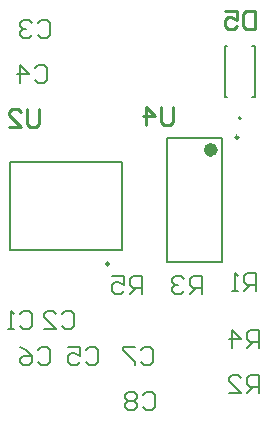
<source format=gbr>
%TF.GenerationSoftware,Altium Limited,Altium Designer,24.7.2 (38)*%
G04 Layer_Color=32896*
%FSLAX45Y45*%
%MOMM*%
%TF.SameCoordinates,C77648C0-80D8-424D-8617-BB5A92A82554*%
%TF.FilePolarity,Positive*%
%TF.FileFunction,Legend,Bot*%
%TF.Part,Single*%
G01*
G75*
%TA.AperFunction,NonConductor*%
%ADD31C,0.20000*%
%ADD32C,0.25000*%
%ADD33C,0.60000*%
%ADD34C,0.12700*%
%ADD35C,0.25400*%
D31*
X2397600Y2978200D02*
G03*
X2397600Y2978200I-10000J0D01*
G01*
X1771599Y1761002D02*
X2241601D01*
X1771599Y2810998D02*
X2241601D01*
X1771599Y1761002D02*
Y2810998D01*
X2241601Y1761002D02*
Y2810998D01*
X439400Y1860199D02*
Y2610201D01*
X1389400Y1860199D02*
Y2610201D01*
X439400D02*
X1389400D01*
X439400Y1860199D02*
X1389400D01*
X2067560Y1488440D02*
Y1640791D01*
X1991385D01*
X1965993Y1615399D01*
Y1564615D01*
X1991385Y1539223D01*
X2067560D01*
X2016777D02*
X1965993Y1488440D01*
X1915209Y1615399D02*
X1889817Y1640791D01*
X1839034D01*
X1813642Y1615399D01*
Y1590007D01*
X1839034Y1564615D01*
X1864426D01*
X1839034D01*
X1813642Y1539223D01*
Y1513832D01*
X1839034Y1488440D01*
X1889817D01*
X1915209Y1513832D01*
X1082073Y1018499D02*
X1107465Y1043891D01*
X1158248D01*
X1183640Y1018499D01*
Y916932D01*
X1158248Y891540D01*
X1107465D01*
X1082073Y916932D01*
X929722Y1043891D02*
X1031289D01*
Y967715D01*
X980506Y993107D01*
X955114D01*
X929722Y967715D01*
Y916932D01*
X955114Y891540D01*
X1005897D01*
X1031289Y916932D01*
X878873Y1323299D02*
X904265Y1348691D01*
X955048D01*
X980440Y1323299D01*
Y1221732D01*
X955048Y1196340D01*
X904265D01*
X878873Y1221732D01*
X726522Y1196340D02*
X828089D01*
X726522Y1297907D01*
Y1323299D01*
X751914Y1348691D01*
X802697D01*
X828089Y1323299D01*
X2524760Y1513840D02*
Y1666191D01*
X2448585D01*
X2423193Y1640799D01*
Y1590015D01*
X2448585Y1564623D01*
X2524760D01*
X2473977D02*
X2423193Y1513840D01*
X2372409D02*
X2321626D01*
X2347017D01*
Y1666191D01*
X2372409Y1640799D01*
X1559560Y1488440D02*
Y1640791D01*
X1483385D01*
X1457993Y1615399D01*
Y1564615D01*
X1483385Y1539223D01*
X1559560D01*
X1508777D02*
X1457993Y1488440D01*
X1305642Y1640791D02*
X1407209D01*
Y1564615D01*
X1356426Y1590007D01*
X1331034D01*
X1305642Y1564615D01*
Y1513832D01*
X1331034Y1488440D01*
X1381817D01*
X1407209Y1513832D01*
X650273Y3406099D02*
X675665Y3431491D01*
X726448D01*
X751840Y3406099D01*
Y3304532D01*
X726448Y3279140D01*
X675665D01*
X650273Y3304532D01*
X523314Y3279140D02*
Y3431491D01*
X599489Y3355315D01*
X497922D01*
X1564673Y637499D02*
X1590065Y662891D01*
X1640848D01*
X1666240Y637499D01*
Y535932D01*
X1640848Y510540D01*
X1590065D01*
X1564673Y535932D01*
X1513889Y637499D02*
X1488497Y662891D01*
X1437714D01*
X1412322Y637499D01*
Y612107D01*
X1437714Y586715D01*
X1412322Y561323D01*
Y535932D01*
X1437714Y510540D01*
X1488497D01*
X1513889Y535932D01*
Y561323D01*
X1488497Y586715D01*
X1513889Y612107D01*
Y637499D01*
X1488497Y586715D02*
X1437714D01*
X2550160Y1031240D02*
Y1183591D01*
X2473985D01*
X2448593Y1158199D01*
Y1107415D01*
X2473985Y1082023D01*
X2550160D01*
X2499377D02*
X2448593Y1031240D01*
X2321634D02*
Y1183591D01*
X2397809Y1107415D01*
X2296242D01*
X2550160Y650240D02*
Y802591D01*
X2473985D01*
X2448593Y777199D01*
Y726415D01*
X2473985Y701023D01*
X2550160D01*
X2499377D02*
X2448593Y650240D01*
X2296242D02*
X2397809D01*
X2296242Y751807D01*
Y777199D01*
X2321634Y802591D01*
X2372417D01*
X2397809Y777199D01*
X1549433Y1018499D02*
X1574825Y1043891D01*
X1625608D01*
X1651000Y1018499D01*
Y916932D01*
X1625608Y891540D01*
X1574825D01*
X1549433Y916932D01*
X1498649Y1043891D02*
X1397082D01*
Y1018499D01*
X1498649Y916932D01*
Y891540D01*
X675673Y1018499D02*
X701065Y1043891D01*
X751848D01*
X777240Y1018499D01*
Y916932D01*
X751848Y891540D01*
X701065D01*
X675673Y916932D01*
X523322Y1043891D02*
X574106Y1018499D01*
X624889Y967715D01*
Y916932D01*
X599497Y891540D01*
X548714D01*
X523322Y916932D01*
Y942323D01*
X548714Y967715D01*
X624889D01*
X523273Y1323299D02*
X548665Y1348691D01*
X599448D01*
X624840Y1323299D01*
Y1221732D01*
X599448Y1196340D01*
X548665D01*
X523273Y1221732D01*
X472489Y1196340D02*
X421706D01*
X447097D01*
Y1348691D01*
X472489Y1323299D01*
X675673Y3787099D02*
X701065Y3812491D01*
X751848D01*
X777240Y3787099D01*
Y3685532D01*
X751848Y3660140D01*
X701065D01*
X675673Y3685532D01*
X624889Y3787099D02*
X599497Y3812491D01*
X548714D01*
X523322Y3787099D01*
Y3761707D01*
X548714Y3736315D01*
X574106D01*
X548714D01*
X523322Y3710923D01*
Y3685532D01*
X548714Y3660140D01*
X599497D01*
X624889Y3685532D01*
D32*
X2376600Y2818000D02*
G03*
X2376600Y2818000I-12500J0D01*
G01*
X1280900Y1746200D02*
G03*
X1280900Y1746200I-12500J0D01*
G01*
D33*
X2171600Y2711000D02*
G03*
X2171600Y2711000I-30000J0D01*
G01*
D34*
X2494600Y3161701D02*
X2515601D01*
X2259599D02*
X2280600D01*
X2494600Y3594699D02*
X2515601D01*
X2259599D02*
X2280600D01*
X2259599Y3161701D02*
Y3594699D01*
X2515601Y3161701D02*
Y3594699D01*
D35*
X2514559Y3886175D02*
Y3733825D01*
X2438383D01*
X2412992Y3759217D01*
Y3860783D01*
X2438383Y3886175D01*
X2514559D01*
X2260641D02*
X2362208D01*
Y3810000D01*
X2311425Y3835392D01*
X2286033D01*
X2260641Y3810000D01*
Y3759217D01*
X2286033Y3733825D01*
X2336816D01*
X2362208Y3759217D01*
X1818640Y3070811D02*
Y2943852D01*
X1793248Y2918460D01*
X1742465D01*
X1717073Y2943852D01*
Y3070811D01*
X1590114Y2918460D02*
Y3070811D01*
X1666289Y2994635D01*
X1564722D01*
X690880Y3060651D02*
Y2933692D01*
X665488Y2908300D01*
X614705D01*
X589313Y2933692D01*
Y3060651D01*
X436962Y2908300D02*
X538529D01*
X436962Y3009867D01*
Y3035259D01*
X462354Y3060651D01*
X513137D01*
X538529Y3035259D01*
%TF.MD5,eaee44f2e83226586bac328a8470fd8d*%
M02*

</source>
